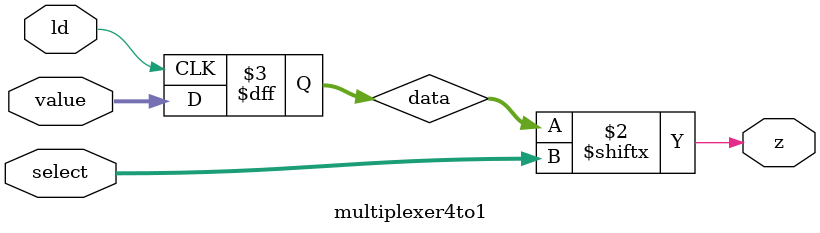
<source format=v>
module multiplexer4to1(value,ld,select,z);

reg [3:0] data;
input[3:0] value;
input ld;
input [1:0] select;
output z;


always @ (posedge ld) 
 	data= value;

assign z= data[select];


endmodule


</source>
